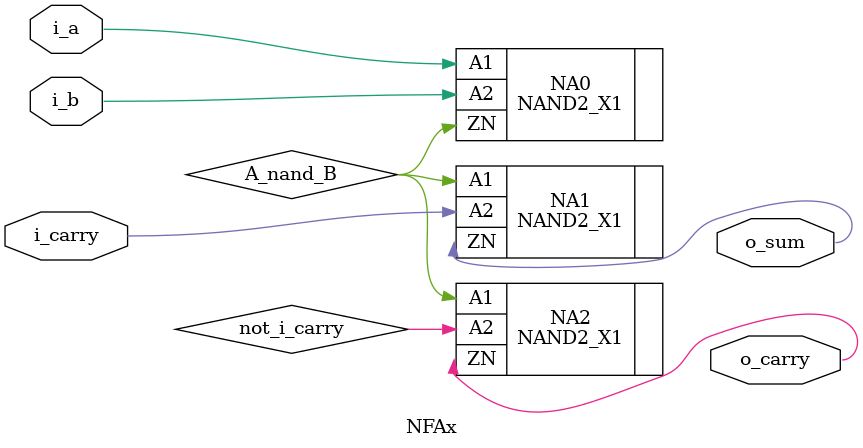
<source format=v>
module NFAx (
    i_a, i_b, i_carry,
    o_sum, o_carry
);
    input i_a, i_b, i_carry;
    output o_sum, o_carry;
    wire A_nand_B;
    wire not_i_carry;

    NAND2_X1 NA0 (.A1(i_a), .A2(i_b), .ZN(A_nand_B));
    NAND2_X1 NA1 (.A1(A_nand_B), .A2(i_carry), .ZN(o_sum));
    NAND2_X1 NA2 (.A1(A_nand_B), .A2(not_i_carry), .ZN(o_carry));

endmodule

</source>
